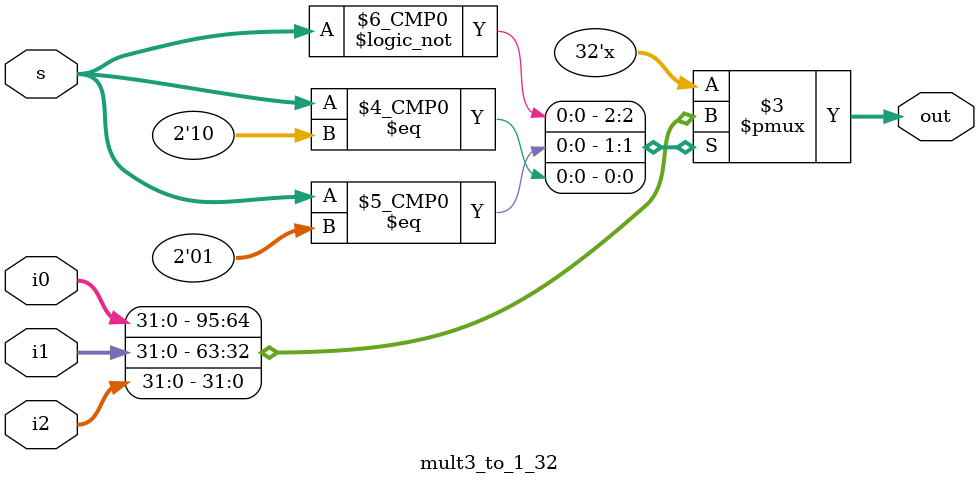
<source format=v>
module mult3_to_1_32(out,i0,i1,i2,s);
output [31:0] out;
input [31:0]i0,i1,i2;
input [1:0]s;
reg [31:0] out;
always @(s or i2 or i1 or i0)
begin
  case(s)
    2'b00: out=i0;
    2'b01: out=i1;
    2'b10: out=i2;
  endcase
end 
endmodule
</source>
